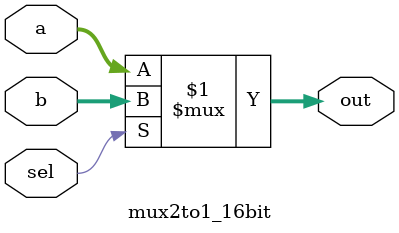
<source format=v>
module mux2to1_16bit (
    input [15:0] a,     
    input [15:0] b,   
    input sel,     
    output[15:0] out 
);

    assign out = sel ? b : a;

endmodule

</source>
